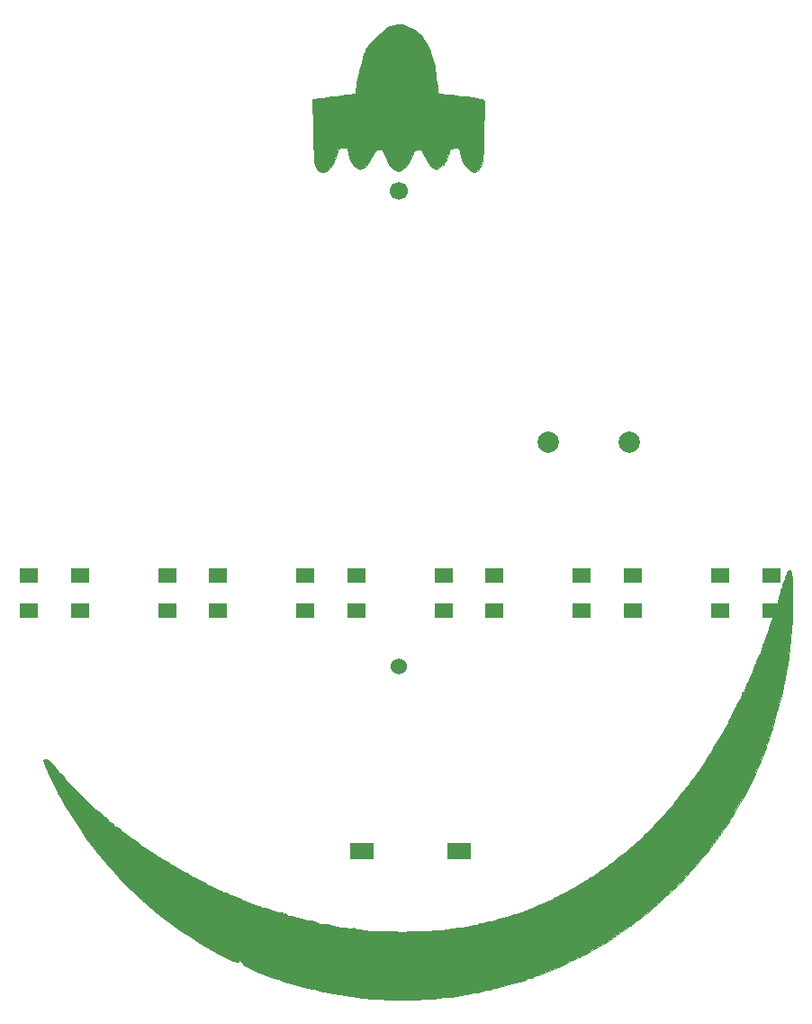
<source format=gbr>
G04 #@! TF.FileFunction,Soldermask,Top*
%FSLAX46Y46*%
G04 Gerber Fmt 4.6, Leading zero omitted, Abs format (unit mm)*
G04 Created by KiCad (PCBNEW 4.0.4-stable) date 12/07/16 00:40:48*
%MOMM*%
%LPD*%
G01*
G04 APERTURE LIST*
%ADD10C,0.100000*%
%ADD11C,0.010000*%
%ADD12R,1.800000X1.400000*%
%ADD13C,2.000000*%
%ADD14R,2.180000X1.600000*%
%ADD15C,1.700000*%
%ADD16C,1.524000*%
G04 APERTURE END LIST*
D10*
D11*
G36*
X204756602Y-93854483D02*
X204943551Y-93895892D01*
X205162637Y-93988257D01*
X205463480Y-94144522D01*
X205595535Y-94215767D01*
X206007530Y-94454639D01*
X206302469Y-94669209D01*
X206522636Y-94892489D01*
X206611984Y-95009372D01*
X206976476Y-95558268D01*
X207236645Y-96031084D01*
X207383000Y-96410208D01*
X207395934Y-96464333D01*
X207481658Y-96753571D01*
X207593052Y-97014666D01*
X207678012Y-97241359D01*
X207753733Y-97554444D01*
X207789354Y-97776666D01*
X207831712Y-98114709D01*
X207886059Y-98536039D01*
X207941482Y-98956164D01*
X207947934Y-99004333D01*
X207996054Y-99377100D01*
X208037272Y-99722081D01*
X208064225Y-99976963D01*
X208067816Y-100018612D01*
X208110752Y-100214167D01*
X208222887Y-100337393D01*
X208435454Y-100404860D01*
X208779683Y-100433136D01*
X208853076Y-100435227D01*
X209057915Y-100449851D01*
X209394114Y-100484626D01*
X209825518Y-100534935D01*
X210315976Y-100596159D01*
X210829334Y-100663680D01*
X211329440Y-100732882D01*
X211780139Y-100799145D01*
X212095000Y-100849310D01*
X212328670Y-100897863D01*
X212437892Y-100964174D01*
X212466407Y-101085634D01*
X212464697Y-101165311D01*
X212460930Y-101316782D01*
X212456218Y-101611830D01*
X212450871Y-102024706D01*
X212445203Y-102529659D01*
X212439525Y-103100937D01*
X212434932Y-103618666D01*
X212423768Y-104496182D01*
X212404693Y-105222527D01*
X212375197Y-105815774D01*
X212332771Y-106294000D01*
X212274906Y-106675279D01*
X212199094Y-106977687D01*
X212102826Y-107219299D01*
X211983591Y-107418189D01*
X211891389Y-107534500D01*
X211655928Y-107706738D01*
X211389863Y-107714855D01*
X211090881Y-107558427D01*
X210855594Y-107345409D01*
X210571337Y-106973461D01*
X210359286Y-106513590D01*
X210204015Y-105930612D01*
X210179891Y-105804304D01*
X210079663Y-105564486D01*
X209881534Y-105449503D01*
X209574078Y-105454719D01*
X209409276Y-105491725D01*
X209292041Y-105556183D01*
X209208764Y-105700718D01*
X209138331Y-105965672D01*
X209123849Y-106037066D01*
X209044021Y-106333221D01*
X208940907Y-106574019D01*
X208867405Y-106675952D01*
X208744995Y-106826019D01*
X208708333Y-106928083D01*
X208638346Y-107039972D01*
X208550166Y-107086455D01*
X208371246Y-107187475D01*
X208240710Y-107303828D01*
X208023525Y-107446673D01*
X207783405Y-107424796D01*
X207523775Y-107240746D01*
X207248058Y-106897071D01*
X206959677Y-106396318D01*
X206923152Y-106323297D01*
X206748098Y-105981099D01*
X206618142Y-105766789D01*
X206511602Y-105652646D01*
X206406794Y-105610949D01*
X206363896Y-105608333D01*
X206132618Y-105644303D01*
X205935454Y-105732539D01*
X205833334Y-105843530D01*
X205829666Y-105867093D01*
X205782924Y-106045832D01*
X205660380Y-106313942D01*
X205488556Y-106625874D01*
X205293975Y-106936079D01*
X205103159Y-107199008D01*
X204967278Y-107348131D01*
X204657637Y-107572682D01*
X204378999Y-107640608D01*
X204102266Y-107550847D01*
X203801553Y-107305553D01*
X203617768Y-107103699D01*
X203458819Y-106879676D01*
X203302588Y-106595066D01*
X203126959Y-106211454D01*
X203004235Y-105920595D01*
X202905618Y-105715414D01*
X202797835Y-105628877D01*
X202617163Y-105619324D01*
X202550965Y-105624261D01*
X202401140Y-105643481D01*
X202287606Y-105691213D01*
X202184133Y-105796359D01*
X202064492Y-105987821D01*
X201902455Y-106294501D01*
X201850333Y-106396308D01*
X201556746Y-106902695D01*
X201274844Y-107243492D01*
X200998328Y-107421486D01*
X200720901Y-107439462D01*
X200436263Y-107300207D01*
X200231140Y-107112588D01*
X200032203Y-106872165D01*
X199892076Y-106622153D01*
X199785381Y-106306614D01*
X199702415Y-105947000D01*
X199606666Y-105481333D01*
X199240576Y-105454992D01*
X198930554Y-105462640D01*
X198742752Y-105558899D01*
X198641543Y-105771075D01*
X198611161Y-105937379D01*
X198519291Y-106316246D01*
X198355688Y-106718108D01*
X198147180Y-107093451D01*
X197920595Y-107392761D01*
X197738696Y-107547577D01*
X197388103Y-107694069D01*
X197078817Y-107706467D01*
X196839695Y-107584247D01*
X196820371Y-107564180D01*
X196721558Y-107433585D01*
X196639759Y-107269178D01*
X196573079Y-107054167D01*
X196519620Y-106771761D01*
X196477487Y-106405167D01*
X196444782Y-105937594D01*
X196419609Y-105352250D01*
X196400073Y-104632344D01*
X196384275Y-103761083D01*
X196383258Y-103693821D01*
X196341295Y-100890308D01*
X197084980Y-100790462D01*
X197328073Y-100758196D01*
X197678355Y-100712183D01*
X198102868Y-100656702D01*
X198568653Y-100596032D01*
X199042750Y-100534452D01*
X199492200Y-100476241D01*
X199884044Y-100425679D01*
X200185322Y-100387044D01*
X200363075Y-100364614D01*
X200389833Y-100361404D01*
X200403048Y-100284329D01*
X200411220Y-100093399D01*
X200412299Y-99999166D01*
X200434301Y-99739285D01*
X200491126Y-99387594D01*
X200571061Y-99015100D01*
X200581633Y-98972445D01*
X200660640Y-98642440D01*
X200719587Y-98364885D01*
X200748118Y-98189463D01*
X200749289Y-98168111D01*
X200774828Y-98015798D01*
X200843159Y-97746867D01*
X200941199Y-97404553D01*
X201055863Y-97032087D01*
X201174069Y-96672701D01*
X201282733Y-96369628D01*
X201327785Y-96256553D01*
X201524536Y-95904082D01*
X201813064Y-95524476D01*
X202143013Y-95176139D01*
X202464024Y-94917475D01*
X202503723Y-94892733D01*
X202758927Y-94705029D01*
X202981713Y-94484745D01*
X203016001Y-94441318D01*
X203257807Y-94187197D01*
X203564061Y-94016283D01*
X203973556Y-93911136D01*
X204280645Y-93872758D01*
X204552173Y-93851086D01*
X204756602Y-93854483D01*
X204756602Y-93854483D01*
G37*
X204756602Y-93854483D02*
X204943551Y-93895892D01*
X205162637Y-93988257D01*
X205463480Y-94144522D01*
X205595535Y-94215767D01*
X206007530Y-94454639D01*
X206302469Y-94669209D01*
X206522636Y-94892489D01*
X206611984Y-95009372D01*
X206976476Y-95558268D01*
X207236645Y-96031084D01*
X207383000Y-96410208D01*
X207395934Y-96464333D01*
X207481658Y-96753571D01*
X207593052Y-97014666D01*
X207678012Y-97241359D01*
X207753733Y-97554444D01*
X207789354Y-97776666D01*
X207831712Y-98114709D01*
X207886059Y-98536039D01*
X207941482Y-98956164D01*
X207947934Y-99004333D01*
X207996054Y-99377100D01*
X208037272Y-99722081D01*
X208064225Y-99976963D01*
X208067816Y-100018612D01*
X208110752Y-100214167D01*
X208222887Y-100337393D01*
X208435454Y-100404860D01*
X208779683Y-100433136D01*
X208853076Y-100435227D01*
X209057915Y-100449851D01*
X209394114Y-100484626D01*
X209825518Y-100534935D01*
X210315976Y-100596159D01*
X210829334Y-100663680D01*
X211329440Y-100732882D01*
X211780139Y-100799145D01*
X212095000Y-100849310D01*
X212328670Y-100897863D01*
X212437892Y-100964174D01*
X212466407Y-101085634D01*
X212464697Y-101165311D01*
X212460930Y-101316782D01*
X212456218Y-101611830D01*
X212450871Y-102024706D01*
X212445203Y-102529659D01*
X212439525Y-103100937D01*
X212434932Y-103618666D01*
X212423768Y-104496182D01*
X212404693Y-105222527D01*
X212375197Y-105815774D01*
X212332771Y-106294000D01*
X212274906Y-106675279D01*
X212199094Y-106977687D01*
X212102826Y-107219299D01*
X211983591Y-107418189D01*
X211891389Y-107534500D01*
X211655928Y-107706738D01*
X211389863Y-107714855D01*
X211090881Y-107558427D01*
X210855594Y-107345409D01*
X210571337Y-106973461D01*
X210359286Y-106513590D01*
X210204015Y-105930612D01*
X210179891Y-105804304D01*
X210079663Y-105564486D01*
X209881534Y-105449503D01*
X209574078Y-105454719D01*
X209409276Y-105491725D01*
X209292041Y-105556183D01*
X209208764Y-105700718D01*
X209138331Y-105965672D01*
X209123849Y-106037066D01*
X209044021Y-106333221D01*
X208940907Y-106574019D01*
X208867405Y-106675952D01*
X208744995Y-106826019D01*
X208708333Y-106928083D01*
X208638346Y-107039972D01*
X208550166Y-107086455D01*
X208371246Y-107187475D01*
X208240710Y-107303828D01*
X208023525Y-107446673D01*
X207783405Y-107424796D01*
X207523775Y-107240746D01*
X207248058Y-106897071D01*
X206959677Y-106396318D01*
X206923152Y-106323297D01*
X206748098Y-105981099D01*
X206618142Y-105766789D01*
X206511602Y-105652646D01*
X206406794Y-105610949D01*
X206363896Y-105608333D01*
X206132618Y-105644303D01*
X205935454Y-105732539D01*
X205833334Y-105843530D01*
X205829666Y-105867093D01*
X205782924Y-106045832D01*
X205660380Y-106313942D01*
X205488556Y-106625874D01*
X205293975Y-106936079D01*
X205103159Y-107199008D01*
X204967278Y-107348131D01*
X204657637Y-107572682D01*
X204378999Y-107640608D01*
X204102266Y-107550847D01*
X203801553Y-107305553D01*
X203617768Y-107103699D01*
X203458819Y-106879676D01*
X203302588Y-106595066D01*
X203126959Y-106211454D01*
X203004235Y-105920595D01*
X202905618Y-105715414D01*
X202797835Y-105628877D01*
X202617163Y-105619324D01*
X202550965Y-105624261D01*
X202401140Y-105643481D01*
X202287606Y-105691213D01*
X202184133Y-105796359D01*
X202064492Y-105987821D01*
X201902455Y-106294501D01*
X201850333Y-106396308D01*
X201556746Y-106902695D01*
X201274844Y-107243492D01*
X200998328Y-107421486D01*
X200720901Y-107439462D01*
X200436263Y-107300207D01*
X200231140Y-107112588D01*
X200032203Y-106872165D01*
X199892076Y-106622153D01*
X199785381Y-106306614D01*
X199702415Y-105947000D01*
X199606666Y-105481333D01*
X199240576Y-105454992D01*
X198930554Y-105462640D01*
X198742752Y-105558899D01*
X198641543Y-105771075D01*
X198611161Y-105937379D01*
X198519291Y-106316246D01*
X198355688Y-106718108D01*
X198147180Y-107093451D01*
X197920595Y-107392761D01*
X197738696Y-107547577D01*
X197388103Y-107694069D01*
X197078817Y-107706467D01*
X196839695Y-107584247D01*
X196820371Y-107564180D01*
X196721558Y-107433585D01*
X196639759Y-107269178D01*
X196573079Y-107054167D01*
X196519620Y-106771761D01*
X196477487Y-106405167D01*
X196444782Y-105937594D01*
X196419609Y-105352250D01*
X196400073Y-104632344D01*
X196384275Y-103761083D01*
X196383258Y-103693821D01*
X196341295Y-100890308D01*
X197084980Y-100790462D01*
X197328073Y-100758196D01*
X197678355Y-100712183D01*
X198102868Y-100656702D01*
X198568653Y-100596032D01*
X199042750Y-100534452D01*
X199492200Y-100476241D01*
X199884044Y-100425679D01*
X200185322Y-100387044D01*
X200363075Y-100364614D01*
X200389833Y-100361404D01*
X200403048Y-100284329D01*
X200411220Y-100093399D01*
X200412299Y-99999166D01*
X200434301Y-99739285D01*
X200491126Y-99387594D01*
X200571061Y-99015100D01*
X200581633Y-98972445D01*
X200660640Y-98642440D01*
X200719587Y-98364885D01*
X200748118Y-98189463D01*
X200749289Y-98168111D01*
X200774828Y-98015798D01*
X200843159Y-97746867D01*
X200941199Y-97404553D01*
X201055863Y-97032087D01*
X201174069Y-96672701D01*
X201282733Y-96369628D01*
X201327785Y-96256553D01*
X201524536Y-95904082D01*
X201813064Y-95524476D01*
X202143013Y-95176139D01*
X202464024Y-94917475D01*
X202503723Y-94892733D01*
X202758927Y-94705029D01*
X202981713Y-94484745D01*
X203016001Y-94441318D01*
X203257807Y-94187197D01*
X203564061Y-94016283D01*
X203973556Y-93911136D01*
X204280645Y-93872758D01*
X204552173Y-93851086D01*
X204756602Y-93854483D01*
G36*
X241243344Y-145169299D02*
X241304416Y-145215969D01*
X241344352Y-145331837D01*
X241372721Y-145548062D01*
X241399096Y-145895803D01*
X241405125Y-145986166D01*
X241443333Y-146813110D01*
X241457751Y-147740389D01*
X241449854Y-148729733D01*
X241421116Y-149742868D01*
X241373011Y-150741523D01*
X241307012Y-151687425D01*
X241224595Y-152542303D01*
X241127232Y-153267885D01*
X241123866Y-153288666D01*
X241011291Y-153947521D01*
X240884630Y-154634670D01*
X240748711Y-155328566D01*
X240608362Y-156007662D01*
X240468412Y-156650408D01*
X240333688Y-157235258D01*
X240209020Y-157740663D01*
X240099235Y-158145076D01*
X240009160Y-158426948D01*
X239943626Y-158564732D01*
X239941055Y-158567477D01*
X239872738Y-158715382D01*
X239853250Y-158872433D01*
X239829024Y-159029585D01*
X239763456Y-159305281D01*
X239668669Y-159657391D01*
X239556786Y-160043786D01*
X239439929Y-160422339D01*
X239330221Y-160750920D01*
X239255132Y-160951000D01*
X239196486Y-161108177D01*
X239102229Y-161375607D01*
X238990068Y-161702818D01*
X238958072Y-161797666D01*
X238830482Y-162163648D01*
X238700808Y-162513389D01*
X238593884Y-162780283D01*
X238579291Y-162813666D01*
X238448450Y-163110647D01*
X238321338Y-163404809D01*
X238302696Y-163448666D01*
X238144001Y-163813302D01*
X237935305Y-164278048D01*
X237700297Y-164790557D01*
X237536437Y-165142000D01*
X237359058Y-165499956D01*
X237119361Y-165956697D01*
X236842812Y-166466207D01*
X236554876Y-166982467D01*
X236281021Y-167459462D01*
X236046713Y-167851174D01*
X235966775Y-167978333D01*
X235753052Y-168313477D01*
X235611751Y-168542457D01*
X235521712Y-168700234D01*
X235479934Y-168782666D01*
X235396100Y-168922115D01*
X235232588Y-169166537D01*
X235011271Y-169485401D01*
X234754022Y-169848176D01*
X234482713Y-170224331D01*
X234219217Y-170583335D01*
X233985406Y-170894657D01*
X233803154Y-171127766D01*
X233777166Y-171159480D01*
X233648801Y-171339033D01*
X233587528Y-171473105D01*
X233586666Y-171483055D01*
X233539255Y-171572478D01*
X233519397Y-171576666D01*
X233437628Y-171639234D01*
X233289494Y-171802825D01*
X233117231Y-172018898D01*
X232922382Y-172271384D01*
X232751580Y-172484410D01*
X232655333Y-172596734D01*
X232549010Y-172713320D01*
X232359025Y-172924464D01*
X232114152Y-173198104D01*
X231893441Y-173445669D01*
X231348750Y-174037596D01*
X230733792Y-174672080D01*
X230085774Y-175312908D01*
X229441902Y-175923868D01*
X228839382Y-176468747D01*
X228420339Y-176826000D01*
X228200383Y-177009388D01*
X228025988Y-177159047D01*
X227962610Y-177216369D01*
X227858324Y-177303614D01*
X227650659Y-177467825D01*
X227371475Y-177684063D01*
X227106344Y-177886642D01*
X226798986Y-178121540D01*
X226543462Y-178319553D01*
X226368828Y-178457989D01*
X226305333Y-178512272D01*
X226255097Y-178557858D01*
X226146412Y-178640190D01*
X225961813Y-178771552D01*
X225683837Y-178964225D01*
X225295019Y-179230493D01*
X224947581Y-179467222D01*
X224562801Y-179727170D01*
X224249339Y-179932506D01*
X223959452Y-180112258D01*
X223645392Y-180295453D01*
X223259415Y-180511118D01*
X222961000Y-180674992D01*
X222589862Y-180880238D01*
X222195665Y-181101523D01*
X221876963Y-181283353D01*
X221625217Y-181426645D01*
X221438631Y-181528711D01*
X221357907Y-181567333D01*
X221275503Y-181601370D01*
X221068730Y-181694716D01*
X220766265Y-181834219D01*
X220396789Y-182006731D01*
X220282943Y-182060236D01*
X219394350Y-182466858D01*
X218576712Y-182814650D01*
X217757348Y-183134460D01*
X217711666Y-183151524D01*
X217416633Y-183265247D01*
X217132314Y-183380440D01*
X217094960Y-183396213D01*
X216862907Y-183477350D01*
X216674750Y-183514431D01*
X216664571Y-183514666D01*
X216505727Y-183541924D01*
X216457441Y-183569447D01*
X216332268Y-183638258D01*
X216086035Y-183734506D01*
X215761770Y-183843815D01*
X215402504Y-183951807D01*
X215051266Y-184044107D01*
X215002333Y-184055618D01*
X214647831Y-184144924D01*
X214291449Y-184246252D01*
X214113333Y-184303018D01*
X213839790Y-184384633D01*
X213474359Y-184478389D01*
X213091596Y-184565271D01*
X213055000Y-184572899D01*
X212691729Y-184649268D01*
X212354051Y-184722617D01*
X212107136Y-184778750D01*
X212081333Y-184784960D01*
X211852601Y-184832403D01*
X211522323Y-184890969D01*
X211156747Y-184949002D01*
X211107666Y-184956253D01*
X210780304Y-185010535D01*
X210516202Y-185066159D01*
X210361824Y-185113001D01*
X210345666Y-185122273D01*
X210226918Y-185159253D01*
X209984237Y-185199507D01*
X209662716Y-185236066D01*
X209541333Y-185246585D01*
X209183682Y-185276587D01*
X208713664Y-185318151D01*
X208187426Y-185366210D01*
X207661117Y-185415696D01*
X207560971Y-185425301D01*
X206897333Y-185474356D01*
X206109962Y-185508376D01*
X205243812Y-185527109D01*
X204343839Y-185530307D01*
X203454996Y-185517718D01*
X202622237Y-185489091D01*
X202048333Y-185456020D01*
X201016958Y-185362577D01*
X199936008Y-185227925D01*
X198889839Y-185063368D01*
X198323000Y-184956814D01*
X197863551Y-184864270D01*
X197371451Y-184765400D01*
X196930676Y-184677068D01*
X196799000Y-184650749D01*
X196392426Y-184563458D01*
X195910151Y-184450914D01*
X195439489Y-184333688D01*
X195317333Y-184301674D01*
X194939865Y-184201561D01*
X194597194Y-184111102D01*
X194340583Y-184043812D01*
X194259000Y-184022675D01*
X193719446Y-183854929D01*
X193497000Y-183765103D01*
X193350977Y-183710086D01*
X193083799Y-183616333D01*
X192735298Y-183497615D01*
X192396333Y-183384539D01*
X191992210Y-183248214D01*
X191618145Y-183117017D01*
X191320841Y-183007610D01*
X191168666Y-182946538D01*
X190622638Y-182700656D01*
X190221540Y-182506007D01*
X189951500Y-182355040D01*
X189798646Y-182240206D01*
X189753638Y-182176436D01*
X189653402Y-182005501D01*
X189546444Y-181881535D01*
X189432285Y-181786153D01*
X189393172Y-181814570D01*
X189390666Y-181860368D01*
X189347272Y-181962990D01*
X189211794Y-181990657D01*
X188976288Y-181940265D01*
X188632810Y-181808710D01*
X188173417Y-181592886D01*
X187590163Y-181289689D01*
X186875105Y-180896014D01*
X186766000Y-180834615D01*
X186172469Y-180487878D01*
X185523811Y-180088134D01*
X184844870Y-179652464D01*
X184160492Y-179197943D01*
X183495522Y-178741651D01*
X182874807Y-178300665D01*
X182323192Y-177892064D01*
X181865522Y-177532926D01*
X181526644Y-177240329D01*
X181499195Y-177214382D01*
X181336014Y-177071696D01*
X181224603Y-176998066D01*
X181212712Y-176995333D01*
X181120965Y-176939192D01*
X180979384Y-176803799D01*
X180976184Y-176800326D01*
X180825409Y-176651866D01*
X180590632Y-176437672D01*
X180318316Y-176199957D01*
X180271808Y-176160392D01*
X179912262Y-175839390D01*
X179471681Y-175420515D01*
X178979581Y-174934162D01*
X178465481Y-174410722D01*
X177958897Y-173880588D01*
X177489346Y-173374154D01*
X177086347Y-172921811D01*
X176826629Y-172613038D01*
X176568039Y-172294779D01*
X176340228Y-172017652D01*
X176168808Y-171812605D01*
X176082085Y-171713352D01*
X175904625Y-171504757D01*
X175654735Y-171178214D01*
X175349832Y-170759309D01*
X175007333Y-170273625D01*
X174644656Y-169746746D01*
X174279218Y-169204258D01*
X173928436Y-168671743D01*
X173609728Y-168174788D01*
X173340510Y-167738974D01*
X173138200Y-167389888D01*
X173135886Y-167385666D01*
X172947227Y-167053656D01*
X172746386Y-166719323D01*
X172615202Y-166513588D01*
X172477616Y-166299187D01*
X172389727Y-166147114D01*
X172372666Y-166105231D01*
X172338197Y-166016257D01*
X172245000Y-165807396D01*
X172108388Y-165511047D01*
X171943675Y-165159609D01*
X171766175Y-164785483D01*
X171591203Y-164421068D01*
X171434071Y-164098763D01*
X171310094Y-163850970D01*
X171277101Y-163787333D01*
X171155122Y-163511329D01*
X171067565Y-163237076D01*
X171062810Y-163215833D01*
X171035239Y-163028781D01*
X171085358Y-162954119D01*
X171245035Y-162940666D01*
X171492392Y-163011650D01*
X171696262Y-163200771D01*
X171884694Y-163429651D01*
X172062100Y-163639610D01*
X172076333Y-163656072D01*
X172246559Y-163857972D01*
X172436922Y-164091263D01*
X172456403Y-164115634D01*
X172615626Y-164284353D01*
X172749359Y-164375034D01*
X172773903Y-164380000D01*
X172871029Y-164447176D01*
X172880666Y-164494636D01*
X172933319Y-164628427D01*
X173063446Y-164813508D01*
X173098511Y-164854470D01*
X173285048Y-165056923D01*
X173544696Y-165328464D01*
X173856699Y-165648442D01*
X174200303Y-165996206D01*
X174554753Y-166351105D01*
X174899293Y-166692488D01*
X175213169Y-166999704D01*
X175475626Y-167252101D01*
X175665908Y-167429030D01*
X175763261Y-167509838D01*
X175770097Y-167512666D01*
X175863148Y-167568448D01*
X176053313Y-167721817D01*
X176316793Y-167951806D01*
X176629792Y-168237449D01*
X176968515Y-168557781D01*
X177091429Y-168676833D01*
X177275850Y-168840937D01*
X177417578Y-168939374D01*
X177454771Y-168952000D01*
X177558145Y-169016000D01*
X177641648Y-169121333D01*
X177783088Y-169255263D01*
X177895648Y-169290666D01*
X178053252Y-169356826D01*
X178150449Y-169462729D01*
X178275204Y-169595913D01*
X178496223Y-169774539D01*
X178743833Y-169945510D01*
X178988070Y-170110570D01*
X179162793Y-170246163D01*
X179230653Y-170323267D01*
X179230666Y-170323781D01*
X179295668Y-170389373D01*
X179316066Y-170391333D01*
X179439950Y-170441496D01*
X179639228Y-170567022D01*
X179863005Y-170730465D01*
X180060389Y-170894378D01*
X180180489Y-171021315D01*
X180187373Y-171032433D01*
X180291899Y-171139204D01*
X180339113Y-171153333D01*
X180474192Y-171202331D01*
X180525406Y-171238274D01*
X180682544Y-171352840D01*
X180952043Y-171533241D01*
X181300811Y-171758617D01*
X181695752Y-172008110D01*
X182103772Y-172260859D01*
X182491776Y-172496005D01*
X182826669Y-172692689D01*
X182891304Y-172729502D01*
X183198694Y-172905972D01*
X183447007Y-173053609D01*
X183601370Y-173151419D01*
X183633570Y-173176347D01*
X183756484Y-173267675D01*
X183971879Y-173387247D01*
X184216162Y-173504067D01*
X184425737Y-173587141D01*
X184520597Y-173608666D01*
X184665830Y-173677233D01*
X184703382Y-173735666D01*
X184809985Y-173848190D01*
X184870058Y-173862666D01*
X184976789Y-173911411D01*
X184988000Y-173947333D01*
X185053287Y-174028481D01*
X185079281Y-174032000D01*
X185210525Y-174067701D01*
X185433147Y-174160387D01*
X185704474Y-174288430D01*
X185981832Y-174430200D01*
X186222549Y-174564069D01*
X186383950Y-174668410D01*
X186427333Y-174715240D01*
X186494853Y-174787485D01*
X186539329Y-174794000D01*
X186668280Y-174829050D01*
X186898130Y-174920885D01*
X187175678Y-175048000D01*
X187450857Y-175175782D01*
X187669038Y-175267006D01*
X187783154Y-175301999D01*
X187783348Y-175302000D01*
X187864255Y-175366470D01*
X187866666Y-175386666D01*
X187938570Y-175452242D01*
X188061400Y-175471333D01*
X188249844Y-175500662D01*
X188336566Y-175544057D01*
X188449814Y-175605042D01*
X188679413Y-175702625D01*
X188981529Y-175818496D01*
X189073166Y-175851731D01*
X189375068Y-175968107D01*
X189603645Y-176071975D01*
X189721271Y-176145659D01*
X189729333Y-176160007D01*
X189800125Y-176220206D01*
X189893669Y-176233333D01*
X190055751Y-176272211D01*
X190110333Y-176318000D01*
X190231320Y-176392662D01*
X190305830Y-176403188D01*
X190481540Y-176441472D01*
X190685409Y-176527022D01*
X190943723Y-176632041D01*
X191214576Y-176705257D01*
X191408522Y-176760641D01*
X191504964Y-176825419D01*
X191507333Y-176835422D01*
X191579726Y-176892380D01*
X191715148Y-176910666D01*
X191896917Y-176940267D01*
X192175547Y-177017959D01*
X192491438Y-177127073D01*
X192498315Y-177129685D01*
X192818947Y-177238488D01*
X193108641Y-177314008D01*
X193305179Y-177340052D01*
X193306500Y-177340006D01*
X193475246Y-177359772D01*
X193539333Y-177414664D01*
X193602096Y-177460458D01*
X193676814Y-177445262D01*
X193830900Y-177463140D01*
X193892687Y-177532586D01*
X194032518Y-177643787D01*
X194168200Y-177672666D01*
X194382484Y-177704979D01*
X194634794Y-177783408D01*
X194650826Y-177789867D01*
X194858166Y-177855255D01*
X195179903Y-177934359D01*
X195563128Y-178014768D01*
X195783000Y-178055415D01*
X196168943Y-178130390D01*
X196514319Y-178210671D01*
X196770046Y-178284215D01*
X196858295Y-178319214D01*
X197103902Y-178398905D01*
X197387284Y-178434535D01*
X197402617Y-178434666D01*
X197697283Y-178457381D01*
X197971847Y-178512224D01*
X197978322Y-178514175D01*
X198265401Y-178588302D01*
X198625625Y-178662017D01*
X199015350Y-178728776D01*
X199390931Y-178782037D01*
X199708724Y-178815260D01*
X199925083Y-178821900D01*
X199979020Y-178814073D01*
X200163730Y-178803632D01*
X200253229Y-178839716D01*
X200432475Y-178912644D01*
X200760929Y-178976449D01*
X201218698Y-179030876D01*
X201785890Y-179075669D01*
X202442610Y-179110572D01*
X203168967Y-179135329D01*
X203945068Y-179149685D01*
X204751019Y-179153385D01*
X205566927Y-179146172D01*
X206372900Y-179127792D01*
X207149045Y-179097987D01*
X207875469Y-179056504D01*
X208532278Y-179003086D01*
X208991000Y-178952003D01*
X209507511Y-178881836D01*
X210003302Y-178807804D01*
X210437716Y-178736458D01*
X210770097Y-178674350D01*
X210908221Y-178643066D01*
X211211404Y-178574105D01*
X211479569Y-178529188D01*
X211601724Y-178519333D01*
X211786448Y-178486624D01*
X211874225Y-178427290D01*
X211992359Y-178369446D01*
X212090888Y-178377030D01*
X212221002Y-178384617D01*
X212250666Y-178356069D01*
X212326953Y-178310184D01*
X212526095Y-178252207D01*
X212779833Y-178199468D01*
X213091392Y-178137326D01*
X213467918Y-178051924D01*
X213874237Y-177952539D01*
X214275175Y-177848449D01*
X214635557Y-177748930D01*
X214920210Y-177663262D01*
X215093959Y-177600720D01*
X215129333Y-177579770D01*
X215233760Y-177525749D01*
X215431003Y-177468450D01*
X215451095Y-177463973D01*
X215743311Y-177378995D01*
X216183007Y-177218722D01*
X216771668Y-176982599D01*
X217034333Y-176873035D01*
X217257054Y-176780112D01*
X217555755Y-176656443D01*
X217754000Y-176574769D01*
X218032933Y-176457725D01*
X218264319Y-176356442D01*
X218366684Y-176308349D01*
X218552094Y-176243734D01*
X218632792Y-176233333D01*
X218766942Y-176168938D01*
X218792611Y-176127197D01*
X218892475Y-176033748D01*
X219091393Y-175931102D01*
X219161502Y-175904037D01*
X219438148Y-175785437D01*
X219686678Y-175647908D01*
X219714403Y-175629173D01*
X219910350Y-175517871D01*
X220066756Y-175471334D01*
X220067181Y-175471333D01*
X220198121Y-175435608D01*
X220223444Y-175407833D01*
X220310039Y-175341560D01*
X220506129Y-175234061D01*
X220717333Y-175132688D01*
X221011486Y-174982960D01*
X221272383Y-174823132D01*
X221393801Y-174730521D01*
X221563810Y-174599637D01*
X221690620Y-174540311D01*
X221696219Y-174540000D01*
X221812738Y-174492316D01*
X222006003Y-174371056D01*
X222120417Y-174288355D01*
X222326423Y-174141569D01*
X222478418Y-174049693D01*
X222520073Y-174034355D01*
X222639092Y-173984562D01*
X222689406Y-173948609D01*
X223035077Y-173677591D01*
X223452868Y-173366068D01*
X223887655Y-173053846D01*
X224284314Y-172780737D01*
X224508408Y-172635000D01*
X224655387Y-172514596D01*
X224831583Y-172335052D01*
X224847079Y-172317500D01*
X225004096Y-172163491D01*
X225126615Y-172086636D01*
X225139973Y-172084666D01*
X225250155Y-172033406D01*
X225443857Y-171901449D01*
X225678870Y-171721529D01*
X225912989Y-171526380D01*
X226104004Y-171348736D01*
X226145931Y-171304484D01*
X226270032Y-171187643D01*
X226332542Y-171153333D01*
X226411631Y-171098535D01*
X226581599Y-170951824D01*
X226812302Y-170739720D01*
X226933993Y-170624166D01*
X227214021Y-170356735D01*
X227476616Y-170107892D01*
X227676839Y-169920165D01*
X227721048Y-169879348D01*
X228014231Y-169597001D01*
X228370666Y-169232604D01*
X228765939Y-168813305D01*
X229175636Y-168366256D01*
X229575344Y-167918606D01*
X229940648Y-167497505D01*
X230247135Y-167130101D01*
X230470391Y-166843546D01*
X230538666Y-166745977D01*
X230659402Y-166582158D01*
X230849152Y-166345271D01*
X231046666Y-166110275D01*
X231357118Y-165748284D01*
X231572203Y-165493290D01*
X231708172Y-165324950D01*
X231781278Y-165222922D01*
X231807770Y-165166863D01*
X231809058Y-165155974D01*
X231862245Y-165065151D01*
X231995598Y-164903084D01*
X232063058Y-164829091D01*
X232218441Y-164645750D01*
X232308016Y-164506049D01*
X232316666Y-164475306D01*
X232369622Y-164348678D01*
X232424320Y-164280214D01*
X232531767Y-164150671D01*
X232691505Y-163938043D01*
X232876454Y-163680995D01*
X233059534Y-163418188D01*
X233213664Y-163188285D01*
X233311765Y-163029949D01*
X233332666Y-162983345D01*
X233378967Y-162887217D01*
X233494155Y-162714821D01*
X233534506Y-162659850D01*
X233682771Y-162433304D01*
X233785170Y-162226367D01*
X233794211Y-162199833D01*
X233868386Y-162052040D01*
X233931038Y-162009333D01*
X233996114Y-161938684D01*
X234010000Y-161847055D01*
X234038691Y-161698759D01*
X234073500Y-161656555D01*
X234174083Y-161559969D01*
X234323235Y-161358949D01*
X234490068Y-161098595D01*
X234643692Y-160824007D01*
X234643696Y-160824000D01*
X234753840Y-160623844D01*
X234836981Y-160498086D01*
X234849385Y-160485333D01*
X234914006Y-160391341D01*
X235023632Y-160193983D01*
X235112738Y-160019666D01*
X235238658Y-159781965D01*
X235341985Y-159616118D01*
X235385833Y-159568111D01*
X235441109Y-159470901D01*
X235449333Y-159397265D01*
X235494186Y-159239284D01*
X235605811Y-159022276D01*
X235645390Y-158959820D01*
X235807477Y-158684549D01*
X235945245Y-158400238D01*
X235958083Y-158368666D01*
X236047019Y-158164689D01*
X236117492Y-158039877D01*
X236126757Y-158030000D01*
X236200393Y-157921731D01*
X236313732Y-157705158D01*
X236444441Y-157429537D01*
X236570188Y-157144126D01*
X236668641Y-156898181D01*
X236717468Y-156740959D01*
X236719333Y-156723001D01*
X236784773Y-156607362D01*
X236846333Y-156590666D01*
X236952550Y-156521085D01*
X236973333Y-156437236D01*
X237009105Y-156272789D01*
X237099760Y-156031401D01*
X237156102Y-155908069D01*
X237290418Y-155619124D01*
X237446910Y-155262745D01*
X237611473Y-154873616D01*
X237770005Y-154486421D01*
X237908400Y-154135844D01*
X238012555Y-153856569D01*
X238068366Y-153683279D01*
X238074000Y-153650815D01*
X238128778Y-153511046D01*
X238222166Y-153391292D01*
X238338516Y-153214730D01*
X238465875Y-152938170D01*
X238579269Y-152627080D01*
X238653726Y-152346927D01*
X238669359Y-152218969D01*
X238721308Y-152026896D01*
X238796359Y-151896651D01*
X238895072Y-151710922D01*
X238920666Y-151592159D01*
X238957127Y-151421968D01*
X239045392Y-151202108D01*
X239050586Y-151191584D01*
X239144607Y-150961728D01*
X239247068Y-150650001D01*
X239306138Y-150437743D01*
X239396504Y-150119575D01*
X239494521Y-149829048D01*
X239551263Y-149690333D01*
X239767624Y-149163738D01*
X239985842Y-148508636D01*
X240193224Y-147765225D01*
X240304725Y-147304235D01*
X240372294Y-147045455D01*
X240436683Y-146858328D01*
X240467153Y-146803290D01*
X240515787Y-146677548D01*
X240529333Y-146537507D01*
X240580540Y-146323201D01*
X240656333Y-146206904D01*
X240758649Y-146022459D01*
X240783333Y-145879282D01*
X240815453Y-145702408D01*
X240868000Y-145626333D01*
X240933538Y-145509626D01*
X240952666Y-145367336D01*
X240990606Y-145207762D01*
X241133357Y-145160898D01*
X241151563Y-145160666D01*
X241243344Y-145169299D01*
X241243344Y-145169299D01*
G37*
X241243344Y-145169299D02*
X241304416Y-145215969D01*
X241344352Y-145331837D01*
X241372721Y-145548062D01*
X241399096Y-145895803D01*
X241405125Y-145986166D01*
X241443333Y-146813110D01*
X241457751Y-147740389D01*
X241449854Y-148729733D01*
X241421116Y-149742868D01*
X241373011Y-150741523D01*
X241307012Y-151687425D01*
X241224595Y-152542303D01*
X241127232Y-153267885D01*
X241123866Y-153288666D01*
X241011291Y-153947521D01*
X240884630Y-154634670D01*
X240748711Y-155328566D01*
X240608362Y-156007662D01*
X240468412Y-156650408D01*
X240333688Y-157235258D01*
X240209020Y-157740663D01*
X240099235Y-158145076D01*
X240009160Y-158426948D01*
X239943626Y-158564732D01*
X239941055Y-158567477D01*
X239872738Y-158715382D01*
X239853250Y-158872433D01*
X239829024Y-159029585D01*
X239763456Y-159305281D01*
X239668669Y-159657391D01*
X239556786Y-160043786D01*
X239439929Y-160422339D01*
X239330221Y-160750920D01*
X239255132Y-160951000D01*
X239196486Y-161108177D01*
X239102229Y-161375607D01*
X238990068Y-161702818D01*
X238958072Y-161797666D01*
X238830482Y-162163648D01*
X238700808Y-162513389D01*
X238593884Y-162780283D01*
X238579291Y-162813666D01*
X238448450Y-163110647D01*
X238321338Y-163404809D01*
X238302696Y-163448666D01*
X238144001Y-163813302D01*
X237935305Y-164278048D01*
X237700297Y-164790557D01*
X237536437Y-165142000D01*
X237359058Y-165499956D01*
X237119361Y-165956697D01*
X236842812Y-166466207D01*
X236554876Y-166982467D01*
X236281021Y-167459462D01*
X236046713Y-167851174D01*
X235966775Y-167978333D01*
X235753052Y-168313477D01*
X235611751Y-168542457D01*
X235521712Y-168700234D01*
X235479934Y-168782666D01*
X235396100Y-168922115D01*
X235232588Y-169166537D01*
X235011271Y-169485401D01*
X234754022Y-169848176D01*
X234482713Y-170224331D01*
X234219217Y-170583335D01*
X233985406Y-170894657D01*
X233803154Y-171127766D01*
X233777166Y-171159480D01*
X233648801Y-171339033D01*
X233587528Y-171473105D01*
X233586666Y-171483055D01*
X233539255Y-171572478D01*
X233519397Y-171576666D01*
X233437628Y-171639234D01*
X233289494Y-171802825D01*
X233117231Y-172018898D01*
X232922382Y-172271384D01*
X232751580Y-172484410D01*
X232655333Y-172596734D01*
X232549010Y-172713320D01*
X232359025Y-172924464D01*
X232114152Y-173198104D01*
X231893441Y-173445669D01*
X231348750Y-174037596D01*
X230733792Y-174672080D01*
X230085774Y-175312908D01*
X229441902Y-175923868D01*
X228839382Y-176468747D01*
X228420339Y-176826000D01*
X228200383Y-177009388D01*
X228025988Y-177159047D01*
X227962610Y-177216369D01*
X227858324Y-177303614D01*
X227650659Y-177467825D01*
X227371475Y-177684063D01*
X227106344Y-177886642D01*
X226798986Y-178121540D01*
X226543462Y-178319553D01*
X226368828Y-178457989D01*
X226305333Y-178512272D01*
X226255097Y-178557858D01*
X226146412Y-178640190D01*
X225961813Y-178771552D01*
X225683837Y-178964225D01*
X225295019Y-179230493D01*
X224947581Y-179467222D01*
X224562801Y-179727170D01*
X224249339Y-179932506D01*
X223959452Y-180112258D01*
X223645392Y-180295453D01*
X223259415Y-180511118D01*
X222961000Y-180674992D01*
X222589862Y-180880238D01*
X222195665Y-181101523D01*
X221876963Y-181283353D01*
X221625217Y-181426645D01*
X221438631Y-181528711D01*
X221357907Y-181567333D01*
X221275503Y-181601370D01*
X221068730Y-181694716D01*
X220766265Y-181834219D01*
X220396789Y-182006731D01*
X220282943Y-182060236D01*
X219394350Y-182466858D01*
X218576712Y-182814650D01*
X217757348Y-183134460D01*
X217711666Y-183151524D01*
X217416633Y-183265247D01*
X217132314Y-183380440D01*
X217094960Y-183396213D01*
X216862907Y-183477350D01*
X216674750Y-183514431D01*
X216664571Y-183514666D01*
X216505727Y-183541924D01*
X216457441Y-183569447D01*
X216332268Y-183638258D01*
X216086035Y-183734506D01*
X215761770Y-183843815D01*
X215402504Y-183951807D01*
X215051266Y-184044107D01*
X215002333Y-184055618D01*
X214647831Y-184144924D01*
X214291449Y-184246252D01*
X214113333Y-184303018D01*
X213839790Y-184384633D01*
X213474359Y-184478389D01*
X213091596Y-184565271D01*
X213055000Y-184572899D01*
X212691729Y-184649268D01*
X212354051Y-184722617D01*
X212107136Y-184778750D01*
X212081333Y-184784960D01*
X211852601Y-184832403D01*
X211522323Y-184890969D01*
X211156747Y-184949002D01*
X211107666Y-184956253D01*
X210780304Y-185010535D01*
X210516202Y-185066159D01*
X210361824Y-185113001D01*
X210345666Y-185122273D01*
X210226918Y-185159253D01*
X209984237Y-185199507D01*
X209662716Y-185236066D01*
X209541333Y-185246585D01*
X209183682Y-185276587D01*
X208713664Y-185318151D01*
X208187426Y-185366210D01*
X207661117Y-185415696D01*
X207560971Y-185425301D01*
X206897333Y-185474356D01*
X206109962Y-185508376D01*
X205243812Y-185527109D01*
X204343839Y-185530307D01*
X203454996Y-185517718D01*
X202622237Y-185489091D01*
X202048333Y-185456020D01*
X201016958Y-185362577D01*
X199936008Y-185227925D01*
X198889839Y-185063368D01*
X198323000Y-184956814D01*
X197863551Y-184864270D01*
X197371451Y-184765400D01*
X196930676Y-184677068D01*
X196799000Y-184650749D01*
X196392426Y-184563458D01*
X195910151Y-184450914D01*
X195439489Y-184333688D01*
X195317333Y-184301674D01*
X194939865Y-184201561D01*
X194597194Y-184111102D01*
X194340583Y-184043812D01*
X194259000Y-184022675D01*
X193719446Y-183854929D01*
X193497000Y-183765103D01*
X193350977Y-183710086D01*
X193083799Y-183616333D01*
X192735298Y-183497615D01*
X192396333Y-183384539D01*
X191992210Y-183248214D01*
X191618145Y-183117017D01*
X191320841Y-183007610D01*
X191168666Y-182946538D01*
X190622638Y-182700656D01*
X190221540Y-182506007D01*
X189951500Y-182355040D01*
X189798646Y-182240206D01*
X189753638Y-182176436D01*
X189653402Y-182005501D01*
X189546444Y-181881535D01*
X189432285Y-181786153D01*
X189393172Y-181814570D01*
X189390666Y-181860368D01*
X189347272Y-181962990D01*
X189211794Y-181990657D01*
X188976288Y-181940265D01*
X188632810Y-181808710D01*
X188173417Y-181592886D01*
X187590163Y-181289689D01*
X186875105Y-180896014D01*
X186766000Y-180834615D01*
X186172469Y-180487878D01*
X185523811Y-180088134D01*
X184844870Y-179652464D01*
X184160492Y-179197943D01*
X183495522Y-178741651D01*
X182874807Y-178300665D01*
X182323192Y-177892064D01*
X181865522Y-177532926D01*
X181526644Y-177240329D01*
X181499195Y-177214382D01*
X181336014Y-177071696D01*
X181224603Y-176998066D01*
X181212712Y-176995333D01*
X181120965Y-176939192D01*
X180979384Y-176803799D01*
X180976184Y-176800326D01*
X180825409Y-176651866D01*
X180590632Y-176437672D01*
X180318316Y-176199957D01*
X180271808Y-176160392D01*
X179912262Y-175839390D01*
X179471681Y-175420515D01*
X178979581Y-174934162D01*
X178465481Y-174410722D01*
X177958897Y-173880588D01*
X177489346Y-173374154D01*
X177086347Y-172921811D01*
X176826629Y-172613038D01*
X176568039Y-172294779D01*
X176340228Y-172017652D01*
X176168808Y-171812605D01*
X176082085Y-171713352D01*
X175904625Y-171504757D01*
X175654735Y-171178214D01*
X175349832Y-170759309D01*
X175007333Y-170273625D01*
X174644656Y-169746746D01*
X174279218Y-169204258D01*
X173928436Y-168671743D01*
X173609728Y-168174788D01*
X173340510Y-167738974D01*
X173138200Y-167389888D01*
X173135886Y-167385666D01*
X172947227Y-167053656D01*
X172746386Y-166719323D01*
X172615202Y-166513588D01*
X172477616Y-166299187D01*
X172389727Y-166147114D01*
X172372666Y-166105231D01*
X172338197Y-166016257D01*
X172245000Y-165807396D01*
X172108388Y-165511047D01*
X171943675Y-165159609D01*
X171766175Y-164785483D01*
X171591203Y-164421068D01*
X171434071Y-164098763D01*
X171310094Y-163850970D01*
X171277101Y-163787333D01*
X171155122Y-163511329D01*
X171067565Y-163237076D01*
X171062810Y-163215833D01*
X171035239Y-163028781D01*
X171085358Y-162954119D01*
X171245035Y-162940666D01*
X171492392Y-163011650D01*
X171696262Y-163200771D01*
X171884694Y-163429651D01*
X172062100Y-163639610D01*
X172076333Y-163656072D01*
X172246559Y-163857972D01*
X172436922Y-164091263D01*
X172456403Y-164115634D01*
X172615626Y-164284353D01*
X172749359Y-164375034D01*
X172773903Y-164380000D01*
X172871029Y-164447176D01*
X172880666Y-164494636D01*
X172933319Y-164628427D01*
X173063446Y-164813508D01*
X173098511Y-164854470D01*
X173285048Y-165056923D01*
X173544696Y-165328464D01*
X173856699Y-165648442D01*
X174200303Y-165996206D01*
X174554753Y-166351105D01*
X174899293Y-166692488D01*
X175213169Y-166999704D01*
X175475626Y-167252101D01*
X175665908Y-167429030D01*
X175763261Y-167509838D01*
X175770097Y-167512666D01*
X175863148Y-167568448D01*
X176053313Y-167721817D01*
X176316793Y-167951806D01*
X176629792Y-168237449D01*
X176968515Y-168557781D01*
X177091429Y-168676833D01*
X177275850Y-168840937D01*
X177417578Y-168939374D01*
X177454771Y-168952000D01*
X177558145Y-169016000D01*
X177641648Y-169121333D01*
X177783088Y-169255263D01*
X177895648Y-169290666D01*
X178053252Y-169356826D01*
X178150449Y-169462729D01*
X178275204Y-169595913D01*
X178496223Y-169774539D01*
X178743833Y-169945510D01*
X178988070Y-170110570D01*
X179162793Y-170246163D01*
X179230653Y-170323267D01*
X179230666Y-170323781D01*
X179295668Y-170389373D01*
X179316066Y-170391333D01*
X179439950Y-170441496D01*
X179639228Y-170567022D01*
X179863005Y-170730465D01*
X180060389Y-170894378D01*
X180180489Y-171021315D01*
X180187373Y-171032433D01*
X180291899Y-171139204D01*
X180339113Y-171153333D01*
X180474192Y-171202331D01*
X180525406Y-171238274D01*
X180682544Y-171352840D01*
X180952043Y-171533241D01*
X181300811Y-171758617D01*
X181695752Y-172008110D01*
X182103772Y-172260859D01*
X182491776Y-172496005D01*
X182826669Y-172692689D01*
X182891304Y-172729502D01*
X183198694Y-172905972D01*
X183447007Y-173053609D01*
X183601370Y-173151419D01*
X183633570Y-173176347D01*
X183756484Y-173267675D01*
X183971879Y-173387247D01*
X184216162Y-173504067D01*
X184425737Y-173587141D01*
X184520597Y-173608666D01*
X184665830Y-173677233D01*
X184703382Y-173735666D01*
X184809985Y-173848190D01*
X184870058Y-173862666D01*
X184976789Y-173911411D01*
X184988000Y-173947333D01*
X185053287Y-174028481D01*
X185079281Y-174032000D01*
X185210525Y-174067701D01*
X185433147Y-174160387D01*
X185704474Y-174288430D01*
X185981832Y-174430200D01*
X186222549Y-174564069D01*
X186383950Y-174668410D01*
X186427333Y-174715240D01*
X186494853Y-174787485D01*
X186539329Y-174794000D01*
X186668280Y-174829050D01*
X186898130Y-174920885D01*
X187175678Y-175048000D01*
X187450857Y-175175782D01*
X187669038Y-175267006D01*
X187783154Y-175301999D01*
X187783348Y-175302000D01*
X187864255Y-175366470D01*
X187866666Y-175386666D01*
X187938570Y-175452242D01*
X188061400Y-175471333D01*
X188249844Y-175500662D01*
X188336566Y-175544057D01*
X188449814Y-175605042D01*
X188679413Y-175702625D01*
X188981529Y-175818496D01*
X189073166Y-175851731D01*
X189375068Y-175968107D01*
X189603645Y-176071975D01*
X189721271Y-176145659D01*
X189729333Y-176160007D01*
X189800125Y-176220206D01*
X189893669Y-176233333D01*
X190055751Y-176272211D01*
X190110333Y-176318000D01*
X190231320Y-176392662D01*
X190305830Y-176403188D01*
X190481540Y-176441472D01*
X190685409Y-176527022D01*
X190943723Y-176632041D01*
X191214576Y-176705257D01*
X191408522Y-176760641D01*
X191504964Y-176825419D01*
X191507333Y-176835422D01*
X191579726Y-176892380D01*
X191715148Y-176910666D01*
X191896917Y-176940267D01*
X192175547Y-177017959D01*
X192491438Y-177127073D01*
X192498315Y-177129685D01*
X192818947Y-177238488D01*
X193108641Y-177314008D01*
X193305179Y-177340052D01*
X193306500Y-177340006D01*
X193475246Y-177359772D01*
X193539333Y-177414664D01*
X193602096Y-177460458D01*
X193676814Y-177445262D01*
X193830900Y-177463140D01*
X193892687Y-177532586D01*
X194032518Y-177643787D01*
X194168200Y-177672666D01*
X194382484Y-177704979D01*
X194634794Y-177783408D01*
X194650826Y-177789867D01*
X194858166Y-177855255D01*
X195179903Y-177934359D01*
X195563128Y-178014768D01*
X195783000Y-178055415D01*
X196168943Y-178130390D01*
X196514319Y-178210671D01*
X196770046Y-178284215D01*
X196858295Y-178319214D01*
X197103902Y-178398905D01*
X197387284Y-178434535D01*
X197402617Y-178434666D01*
X197697283Y-178457381D01*
X197971847Y-178512224D01*
X197978322Y-178514175D01*
X198265401Y-178588302D01*
X198625625Y-178662017D01*
X199015350Y-178728776D01*
X199390931Y-178782037D01*
X199708724Y-178815260D01*
X199925083Y-178821900D01*
X199979020Y-178814073D01*
X200163730Y-178803632D01*
X200253229Y-178839716D01*
X200432475Y-178912644D01*
X200760929Y-178976449D01*
X201218698Y-179030876D01*
X201785890Y-179075669D01*
X202442610Y-179110572D01*
X203168967Y-179135329D01*
X203945068Y-179149685D01*
X204751019Y-179153385D01*
X205566927Y-179146172D01*
X206372900Y-179127792D01*
X207149045Y-179097987D01*
X207875469Y-179056504D01*
X208532278Y-179003086D01*
X208991000Y-178952003D01*
X209507511Y-178881836D01*
X210003302Y-178807804D01*
X210437716Y-178736458D01*
X210770097Y-178674350D01*
X210908221Y-178643066D01*
X211211404Y-178574105D01*
X211479569Y-178529188D01*
X211601724Y-178519333D01*
X211786448Y-178486624D01*
X211874225Y-178427290D01*
X211992359Y-178369446D01*
X212090888Y-178377030D01*
X212221002Y-178384617D01*
X212250666Y-178356069D01*
X212326953Y-178310184D01*
X212526095Y-178252207D01*
X212779833Y-178199468D01*
X213091392Y-178137326D01*
X213467918Y-178051924D01*
X213874237Y-177952539D01*
X214275175Y-177848449D01*
X214635557Y-177748930D01*
X214920210Y-177663262D01*
X215093959Y-177600720D01*
X215129333Y-177579770D01*
X215233760Y-177525749D01*
X215431003Y-177468450D01*
X215451095Y-177463973D01*
X215743311Y-177378995D01*
X216183007Y-177218722D01*
X216771668Y-176982599D01*
X217034333Y-176873035D01*
X217257054Y-176780112D01*
X217555755Y-176656443D01*
X217754000Y-176574769D01*
X218032933Y-176457725D01*
X218264319Y-176356442D01*
X218366684Y-176308349D01*
X218552094Y-176243734D01*
X218632792Y-176233333D01*
X218766942Y-176168938D01*
X218792611Y-176127197D01*
X218892475Y-176033748D01*
X219091393Y-175931102D01*
X219161502Y-175904037D01*
X219438148Y-175785437D01*
X219686678Y-175647908D01*
X219714403Y-175629173D01*
X219910350Y-175517871D01*
X220066756Y-175471334D01*
X220067181Y-175471333D01*
X220198121Y-175435608D01*
X220223444Y-175407833D01*
X220310039Y-175341560D01*
X220506129Y-175234061D01*
X220717333Y-175132688D01*
X221011486Y-174982960D01*
X221272383Y-174823132D01*
X221393801Y-174730521D01*
X221563810Y-174599637D01*
X221690620Y-174540311D01*
X221696219Y-174540000D01*
X221812738Y-174492316D01*
X222006003Y-174371056D01*
X222120417Y-174288355D01*
X222326423Y-174141569D01*
X222478418Y-174049693D01*
X222520073Y-174034355D01*
X222639092Y-173984562D01*
X222689406Y-173948609D01*
X223035077Y-173677591D01*
X223452868Y-173366068D01*
X223887655Y-173053846D01*
X224284314Y-172780737D01*
X224508408Y-172635000D01*
X224655387Y-172514596D01*
X224831583Y-172335052D01*
X224847079Y-172317500D01*
X225004096Y-172163491D01*
X225126615Y-172086636D01*
X225139973Y-172084666D01*
X225250155Y-172033406D01*
X225443857Y-171901449D01*
X225678870Y-171721529D01*
X225912989Y-171526380D01*
X226104004Y-171348736D01*
X226145931Y-171304484D01*
X226270032Y-171187643D01*
X226332542Y-171153333D01*
X226411631Y-171098535D01*
X226581599Y-170951824D01*
X226812302Y-170739720D01*
X226933993Y-170624166D01*
X227214021Y-170356735D01*
X227476616Y-170107892D01*
X227676839Y-169920165D01*
X227721048Y-169879348D01*
X228014231Y-169597001D01*
X228370666Y-169232604D01*
X228765939Y-168813305D01*
X229175636Y-168366256D01*
X229575344Y-167918606D01*
X229940648Y-167497505D01*
X230247135Y-167130101D01*
X230470391Y-166843546D01*
X230538666Y-166745977D01*
X230659402Y-166582158D01*
X230849152Y-166345271D01*
X231046666Y-166110275D01*
X231357118Y-165748284D01*
X231572203Y-165493290D01*
X231708172Y-165324950D01*
X231781278Y-165222922D01*
X231807770Y-165166863D01*
X231809058Y-165155974D01*
X231862245Y-165065151D01*
X231995598Y-164903084D01*
X232063058Y-164829091D01*
X232218441Y-164645750D01*
X232308016Y-164506049D01*
X232316666Y-164475306D01*
X232369622Y-164348678D01*
X232424320Y-164280214D01*
X232531767Y-164150671D01*
X232691505Y-163938043D01*
X232876454Y-163680995D01*
X233059534Y-163418188D01*
X233213664Y-163188285D01*
X233311765Y-163029949D01*
X233332666Y-162983345D01*
X233378967Y-162887217D01*
X233494155Y-162714821D01*
X233534506Y-162659850D01*
X233682771Y-162433304D01*
X233785170Y-162226367D01*
X233794211Y-162199833D01*
X233868386Y-162052040D01*
X233931038Y-162009333D01*
X233996114Y-161938684D01*
X234010000Y-161847055D01*
X234038691Y-161698759D01*
X234073500Y-161656555D01*
X234174083Y-161559969D01*
X234323235Y-161358949D01*
X234490068Y-161098595D01*
X234643692Y-160824007D01*
X234643696Y-160824000D01*
X234753840Y-160623844D01*
X234836981Y-160498086D01*
X234849385Y-160485333D01*
X234914006Y-160391341D01*
X235023632Y-160193983D01*
X235112738Y-160019666D01*
X235238658Y-159781965D01*
X235341985Y-159616118D01*
X235385833Y-159568111D01*
X235441109Y-159470901D01*
X235449333Y-159397265D01*
X235494186Y-159239284D01*
X235605811Y-159022276D01*
X235645390Y-158959820D01*
X235807477Y-158684549D01*
X235945245Y-158400238D01*
X235958083Y-158368666D01*
X236047019Y-158164689D01*
X236117492Y-158039877D01*
X236126757Y-158030000D01*
X236200393Y-157921731D01*
X236313732Y-157705158D01*
X236444441Y-157429537D01*
X236570188Y-157144126D01*
X236668641Y-156898181D01*
X236717468Y-156740959D01*
X236719333Y-156723001D01*
X236784773Y-156607362D01*
X236846333Y-156590666D01*
X236952550Y-156521085D01*
X236973333Y-156437236D01*
X237009105Y-156272789D01*
X237099760Y-156031401D01*
X237156102Y-155908069D01*
X237290418Y-155619124D01*
X237446910Y-155262745D01*
X237611473Y-154873616D01*
X237770005Y-154486421D01*
X237908400Y-154135844D01*
X238012555Y-153856569D01*
X238068366Y-153683279D01*
X238074000Y-153650815D01*
X238128778Y-153511046D01*
X238222166Y-153391292D01*
X238338516Y-153214730D01*
X238465875Y-152938170D01*
X238579269Y-152627080D01*
X238653726Y-152346927D01*
X238669359Y-152218969D01*
X238721308Y-152026896D01*
X238796359Y-151896651D01*
X238895072Y-151710922D01*
X238920666Y-151592159D01*
X238957127Y-151421968D01*
X239045392Y-151202108D01*
X239050586Y-151191584D01*
X239144607Y-150961728D01*
X239247068Y-150650001D01*
X239306138Y-150437743D01*
X239396504Y-150119575D01*
X239494521Y-149829048D01*
X239551263Y-149690333D01*
X239767624Y-149163738D01*
X239985842Y-148508636D01*
X240193224Y-147765225D01*
X240304725Y-147304235D01*
X240372294Y-147045455D01*
X240436683Y-146858328D01*
X240467153Y-146803290D01*
X240515787Y-146677548D01*
X240529333Y-146537507D01*
X240580540Y-146323201D01*
X240656333Y-146206904D01*
X240758649Y-146022459D01*
X240783333Y-145879282D01*
X240815453Y-145702408D01*
X240868000Y-145626333D01*
X240933538Y-145509626D01*
X240952666Y-145367336D01*
X240990606Y-145207762D01*
X241133357Y-145160898D01*
X241151563Y-145160666D01*
X241243344Y-145169299D01*
D12*
X239450000Y-148975000D03*
X239450000Y-145675000D03*
X234650000Y-145675000D03*
X234650000Y-148975000D03*
X226450000Y-148975000D03*
X226450000Y-145675000D03*
X221650000Y-145675000D03*
X221650000Y-148975000D03*
X213450000Y-148975000D03*
X213450000Y-145675000D03*
X208650000Y-145675000D03*
X208650000Y-148975000D03*
X200450000Y-148975000D03*
X200450000Y-145675000D03*
X195650000Y-145675000D03*
X195650000Y-148975000D03*
X187450000Y-148975000D03*
X187450000Y-145675000D03*
X182650000Y-145675000D03*
X182650000Y-148975000D03*
D13*
X226099840Y-133175000D03*
X218500160Y-133175000D03*
D12*
X174450000Y-148975000D03*
X174450000Y-145675000D03*
X169650000Y-145675000D03*
X169650000Y-148975000D03*
D14*
X210152430Y-171577320D03*
X200947570Y-171572680D03*
D15*
X204400000Y-109500000D03*
D16*
X204400000Y-154200000D03*
M02*

</source>
